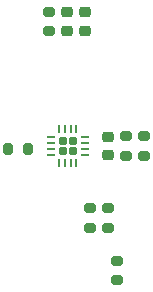
<source format=gbr>
%TF.GenerationSoftware,KiCad,Pcbnew,8.0.6-8.0.6-0~ubuntu24.04.1*%
%TF.CreationDate,2024-10-24T19:59:45-07:00*%
%TF.ProjectId,mag-encoder,6d61672d-656e-4636-9f64-65722e6b6963,3*%
%TF.SameCoordinates,Original*%
%TF.FileFunction,Paste,Bot*%
%TF.FilePolarity,Positive*%
%FSLAX46Y46*%
G04 Gerber Fmt 4.6, Leading zero omitted, Abs format (unit mm)*
G04 Created by KiCad (PCBNEW 8.0.6-8.0.6-0~ubuntu24.04.1) date 2024-10-24 19:59:45*
%MOMM*%
%LPD*%
G01*
G04 APERTURE LIST*
G04 Aperture macros list*
%AMRoundRect*
0 Rectangle with rounded corners*
0 $1 Rounding radius*
0 $2 $3 $4 $5 $6 $7 $8 $9 X,Y pos of 4 corners*
0 Add a 4 corners polygon primitive as box body*
4,1,4,$2,$3,$4,$5,$6,$7,$8,$9,$2,$3,0*
0 Add four circle primitives for the rounded corners*
1,1,$1+$1,$2,$3*
1,1,$1+$1,$4,$5*
1,1,$1+$1,$6,$7*
1,1,$1+$1,$8,$9*
0 Add four rect primitives between the rounded corners*
20,1,$1+$1,$2,$3,$4,$5,0*
20,1,$1+$1,$4,$5,$6,$7,0*
20,1,$1+$1,$6,$7,$8,$9,0*
20,1,$1+$1,$8,$9,$2,$3,0*%
G04 Aperture macros list end*
%ADD10RoundRect,0.200000X0.200000X0.275000X-0.200000X0.275000X-0.200000X-0.275000X0.200000X-0.275000X0*%
%ADD11RoundRect,0.225000X0.250000X-0.225000X0.250000X0.225000X-0.250000X0.225000X-0.250000X-0.225000X0*%
%ADD12RoundRect,0.225000X-0.250000X0.225000X-0.250000X-0.225000X0.250000X-0.225000X0.250000X0.225000X0*%
%ADD13RoundRect,0.200000X-0.275000X0.200000X-0.275000X-0.200000X0.275000X-0.200000X0.275000X0.200000X0*%
%ADD14RoundRect,0.200000X0.275000X-0.200000X0.275000X0.200000X-0.275000X0.200000X-0.275000X-0.200000X0*%
%ADD15RoundRect,0.172500X-0.172500X-0.172500X0.172500X-0.172500X0.172500X0.172500X-0.172500X0.172500X0*%
%ADD16RoundRect,0.062500X-0.287500X-0.062500X0.287500X-0.062500X0.287500X0.062500X-0.287500X0.062500X0*%
%ADD17RoundRect,0.062500X-0.062500X-0.287500X0.062500X-0.287500X0.062500X0.287500X-0.062500X0.287500X0*%
G04 APERTURE END LIST*
D10*
%TO.C,R4*%
X227189800Y-123825000D03*
X225539800Y-123825000D03*
%TD*%
D11*
%TO.C,C3*%
X233984800Y-124346000D03*
X233984800Y-122796000D03*
%TD*%
D12*
%TO.C,C2*%
X230505000Y-112255000D03*
X230505000Y-113805000D03*
%TD*%
D13*
%TO.C,R6*%
X232460800Y-128842000D03*
X232460800Y-130492000D03*
%TD*%
D14*
%TO.C,R7*%
X234696000Y-134937000D03*
X234696000Y-133287000D03*
%TD*%
D13*
%TO.C,R2*%
X237032800Y-122746000D03*
X237032800Y-124396000D03*
%TD*%
%TO.C,R3*%
X235508800Y-122746000D03*
X235508800Y-124396000D03*
%TD*%
D12*
%TO.C,C1*%
X232029000Y-112255000D03*
X232029000Y-113805000D03*
%TD*%
D15*
%TO.C,U2*%
X230130800Y-123146000D03*
X230130800Y-123996000D03*
X230980800Y-123146000D03*
X230980800Y-123996000D03*
D16*
X229105800Y-124309000D03*
X229105800Y-123809000D03*
X229105800Y-123309000D03*
X229105800Y-122809000D03*
D17*
X229805800Y-122121000D03*
X230305800Y-122121000D03*
X230805800Y-122121000D03*
X231305800Y-122121000D03*
D16*
X232005800Y-122821000D03*
X232005800Y-123321000D03*
X232005800Y-123821000D03*
X232005800Y-124321000D03*
D17*
X231305800Y-125021000D03*
X230805800Y-125021000D03*
X230305800Y-125021000D03*
X229805800Y-125021000D03*
%TD*%
D13*
%TO.C,R5*%
X233984800Y-128842000D03*
X233984800Y-130492000D03*
%TD*%
%TO.C,R1*%
X228981000Y-112205000D03*
X228981000Y-113855000D03*
%TD*%
M02*

</source>
